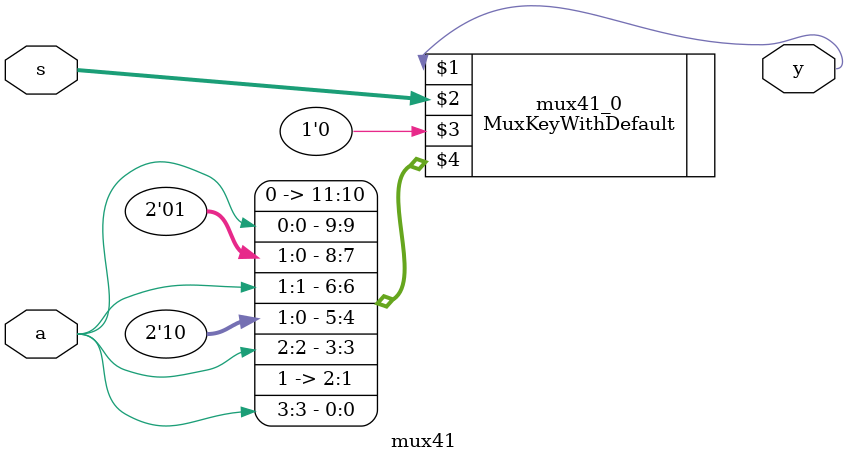
<source format=v>
module mux41(a,s,y);
  input  [3:0] a;  // 声明一个wire型输入变量a，其变量宽度是4位的。
  input  [1:0] s;  // 声明一个wire型输入变量s，其变量宽度是2位的。
  output reg y;   // 声明一个1位reg型的输出变量y。

MuxKeyWithDefault #(4, 2, 1) mux41_0 (y, s, 1'b0, {
  2'b00, a[0], 
  2'b01, a[1], 
  2'b10, a[2], 
  2'b11, a[3]});

endmodule
</source>
